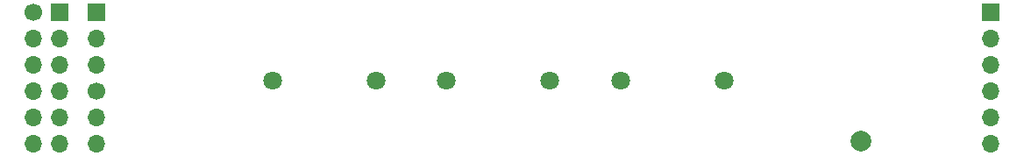
<source format=gbr>
%TF.GenerationSoftware,KiCad,Pcbnew,7.0.2*%
%TF.CreationDate,2023-10-28T17:31:33+09:00*%
%TF.ProjectId,Pmod_US_Speaker,506d6f64-5f55-4535-9f53-7065616b6572,rev?*%
%TF.SameCoordinates,Original*%
%TF.FileFunction,Soldermask,Bot*%
%TF.FilePolarity,Negative*%
%FSLAX46Y46*%
G04 Gerber Fmt 4.6, Leading zero omitted, Abs format (unit mm)*
G04 Created by KiCad (PCBNEW 7.0.2) date 2023-10-28 17:31:33*
%MOMM*%
%LPD*%
G01*
G04 APERTURE LIST*
%ADD10C,1.800000*%
%ADD11R,1.700000X1.700000*%
%ADD12O,1.700000X1.700000*%
%ADD13C,2.000000*%
%ADD14C,1.700000*%
G04 APERTURE END LIST*
D10*
%TO.C,U1*%
X118618000Y-101600000D03*
X128618000Y-101600000D03*
%TD*%
D11*
%TO.C,REF\u002A\u002A*%
X187960000Y-94996000D03*
D12*
X187960000Y-97536000D03*
X187960000Y-100076000D03*
X187960000Y-102616000D03*
X187960000Y-105156000D03*
X187960000Y-107696000D03*
%TD*%
D13*
%TO.C,J2*%
X175414000Y-107432000D03*
%TD*%
D10*
%TO.C,U3*%
X152226000Y-101600000D03*
X162226000Y-101600000D03*
%TD*%
%TO.C,U2*%
X135415000Y-101600000D03*
X145415000Y-101600000D03*
%TD*%
D14*
%TO.C,REF\u002A\u002A*%
X101600000Y-102616000D03*
D12*
X101600000Y-105156000D03*
X101600000Y-107696000D03*
%TD*%
D11*
%TO.C,J3*%
X101600000Y-94996000D03*
D12*
X101600000Y-97536000D03*
X101600000Y-100076000D03*
%TD*%
D11*
%TO.C,J1*%
X98043000Y-94996000D03*
D12*
X98043000Y-97536000D03*
X98043000Y-100076000D03*
X98043000Y-102616000D03*
X98043000Y-105156000D03*
X98043000Y-107696000D03*
D14*
X95503000Y-94996000D03*
D12*
X95503000Y-97536000D03*
X95503000Y-100076000D03*
X95503000Y-102616000D03*
X95503000Y-105156000D03*
X95503000Y-107696000D03*
%TD*%
M02*

</source>
